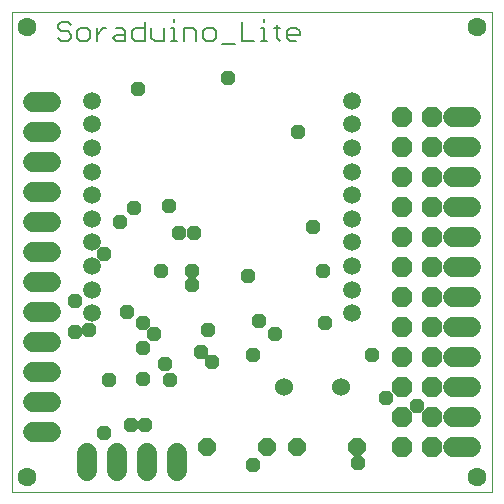
<source format=gbs>
G75*
G70*
%OFA0B0*%
%FSLAX24Y24*%
%IPPOS*%
%LPD*%
%AMOC8*
5,1,8,0,0,1.08239X$1,22.5*
%
%ADD10C,0.0000*%
%ADD11C,0.0631*%
%ADD12C,0.0060*%
%ADD13C,0.0600*%
%ADD14OC8,0.0600*%
%ADD15C,0.0595*%
%ADD16C,0.0680*%
%ADD17OC8,0.0680*%
%ADD18OC8,0.0480*%
D10*
X000417Y000150D02*
X000417Y016150D01*
X016417Y016150D01*
X016417Y000150D01*
X000417Y000150D01*
X000641Y000650D02*
X000643Y000683D01*
X000649Y000715D01*
X000658Y000746D01*
X000671Y000776D01*
X000688Y000804D01*
X000708Y000830D01*
X000731Y000854D01*
X000756Y000874D01*
X000784Y000892D01*
X000813Y000906D01*
X000844Y000916D01*
X000876Y000923D01*
X000909Y000926D01*
X000942Y000925D01*
X000974Y000920D01*
X001005Y000911D01*
X001036Y000899D01*
X001064Y000883D01*
X001091Y000864D01*
X001115Y000842D01*
X001136Y000817D01*
X001155Y000790D01*
X001170Y000761D01*
X001181Y000731D01*
X001189Y000699D01*
X001193Y000666D01*
X001193Y000634D01*
X001189Y000601D01*
X001181Y000569D01*
X001170Y000539D01*
X001155Y000510D01*
X001136Y000483D01*
X001115Y000458D01*
X001091Y000436D01*
X001064Y000417D01*
X001036Y000401D01*
X001005Y000389D01*
X000974Y000380D01*
X000942Y000375D01*
X000909Y000374D01*
X000876Y000377D01*
X000844Y000384D01*
X000813Y000394D01*
X000784Y000408D01*
X000756Y000426D01*
X000731Y000446D01*
X000708Y000470D01*
X000688Y000496D01*
X000671Y000524D01*
X000658Y000554D01*
X000649Y000585D01*
X000643Y000617D01*
X000641Y000650D01*
X015641Y000650D02*
X015643Y000683D01*
X015649Y000715D01*
X015658Y000746D01*
X015671Y000776D01*
X015688Y000804D01*
X015708Y000830D01*
X015731Y000854D01*
X015756Y000874D01*
X015784Y000892D01*
X015813Y000906D01*
X015844Y000916D01*
X015876Y000923D01*
X015909Y000926D01*
X015942Y000925D01*
X015974Y000920D01*
X016005Y000911D01*
X016036Y000899D01*
X016064Y000883D01*
X016091Y000864D01*
X016115Y000842D01*
X016136Y000817D01*
X016155Y000790D01*
X016170Y000761D01*
X016181Y000731D01*
X016189Y000699D01*
X016193Y000666D01*
X016193Y000634D01*
X016189Y000601D01*
X016181Y000569D01*
X016170Y000539D01*
X016155Y000510D01*
X016136Y000483D01*
X016115Y000458D01*
X016091Y000436D01*
X016064Y000417D01*
X016036Y000401D01*
X016005Y000389D01*
X015974Y000380D01*
X015942Y000375D01*
X015909Y000374D01*
X015876Y000377D01*
X015844Y000384D01*
X015813Y000394D01*
X015784Y000408D01*
X015756Y000426D01*
X015731Y000446D01*
X015708Y000470D01*
X015688Y000496D01*
X015671Y000524D01*
X015658Y000554D01*
X015649Y000585D01*
X015643Y000617D01*
X015641Y000650D01*
X015641Y015650D02*
X015643Y015683D01*
X015649Y015715D01*
X015658Y015746D01*
X015671Y015776D01*
X015688Y015804D01*
X015708Y015830D01*
X015731Y015854D01*
X015756Y015874D01*
X015784Y015892D01*
X015813Y015906D01*
X015844Y015916D01*
X015876Y015923D01*
X015909Y015926D01*
X015942Y015925D01*
X015974Y015920D01*
X016005Y015911D01*
X016036Y015899D01*
X016064Y015883D01*
X016091Y015864D01*
X016115Y015842D01*
X016136Y015817D01*
X016155Y015790D01*
X016170Y015761D01*
X016181Y015731D01*
X016189Y015699D01*
X016193Y015666D01*
X016193Y015634D01*
X016189Y015601D01*
X016181Y015569D01*
X016170Y015539D01*
X016155Y015510D01*
X016136Y015483D01*
X016115Y015458D01*
X016091Y015436D01*
X016064Y015417D01*
X016036Y015401D01*
X016005Y015389D01*
X015974Y015380D01*
X015942Y015375D01*
X015909Y015374D01*
X015876Y015377D01*
X015844Y015384D01*
X015813Y015394D01*
X015784Y015408D01*
X015756Y015426D01*
X015731Y015446D01*
X015708Y015470D01*
X015688Y015496D01*
X015671Y015524D01*
X015658Y015554D01*
X015649Y015585D01*
X015643Y015617D01*
X015641Y015650D01*
X000641Y015650D02*
X000643Y015683D01*
X000649Y015715D01*
X000658Y015746D01*
X000671Y015776D01*
X000688Y015804D01*
X000708Y015830D01*
X000731Y015854D01*
X000756Y015874D01*
X000784Y015892D01*
X000813Y015906D01*
X000844Y015916D01*
X000876Y015923D01*
X000909Y015926D01*
X000942Y015925D01*
X000974Y015920D01*
X001005Y015911D01*
X001036Y015899D01*
X001064Y015883D01*
X001091Y015864D01*
X001115Y015842D01*
X001136Y015817D01*
X001155Y015790D01*
X001170Y015761D01*
X001181Y015731D01*
X001189Y015699D01*
X001193Y015666D01*
X001193Y015634D01*
X001189Y015601D01*
X001181Y015569D01*
X001170Y015539D01*
X001155Y015510D01*
X001136Y015483D01*
X001115Y015458D01*
X001091Y015436D01*
X001064Y015417D01*
X001036Y015401D01*
X001005Y015389D01*
X000974Y015380D01*
X000942Y015375D01*
X000909Y015374D01*
X000876Y015377D01*
X000844Y015384D01*
X000813Y015394D01*
X000784Y015408D01*
X000756Y015426D01*
X000731Y015446D01*
X000708Y015470D01*
X000688Y015496D01*
X000671Y015524D01*
X000658Y015554D01*
X000649Y015585D01*
X000643Y015617D01*
X000641Y015650D01*
D11*
X000917Y015650D03*
X015917Y015650D03*
X015917Y000650D03*
X000917Y000650D03*
D12*
X007425Y015073D02*
X007852Y015073D01*
X008070Y015180D02*
X008497Y015180D01*
X008714Y015180D02*
X008928Y015180D01*
X008821Y015180D02*
X008821Y015607D01*
X008714Y015607D01*
X008821Y015821D02*
X008821Y015927D01*
X009144Y015607D02*
X009358Y015607D01*
X009251Y015714D02*
X009251Y015287D01*
X009358Y015180D01*
X009574Y015287D02*
X009574Y015500D01*
X009681Y015607D01*
X009894Y015607D01*
X010001Y015500D01*
X010001Y015394D01*
X009574Y015394D01*
X009574Y015287D02*
X009681Y015180D01*
X009894Y015180D01*
X008070Y015180D02*
X008070Y015821D01*
X007208Y015500D02*
X007208Y015287D01*
X007101Y015180D01*
X006888Y015180D01*
X006781Y015287D01*
X006781Y015500D01*
X006888Y015607D01*
X007101Y015607D01*
X007208Y015500D01*
X006563Y015500D02*
X006563Y015180D01*
X006563Y015500D02*
X006457Y015607D01*
X006136Y015607D01*
X006136Y015180D01*
X005920Y015180D02*
X005707Y015180D01*
X005813Y015180D02*
X005813Y015607D01*
X005707Y015607D01*
X005489Y015607D02*
X005489Y015180D01*
X005169Y015180D01*
X005062Y015287D01*
X005062Y015607D01*
X004844Y015607D02*
X004524Y015607D01*
X004417Y015500D01*
X004417Y015287D01*
X004524Y015180D01*
X004844Y015180D01*
X004844Y015821D01*
X004200Y015500D02*
X004200Y015180D01*
X003880Y015180D01*
X003773Y015287D01*
X003880Y015394D01*
X004200Y015394D01*
X004200Y015500D02*
X004093Y015607D01*
X003880Y015607D01*
X003556Y015607D02*
X003449Y015607D01*
X003236Y015394D01*
X003236Y015607D02*
X003236Y015180D01*
X003018Y015287D02*
X003018Y015500D01*
X002911Y015607D01*
X002698Y015607D01*
X002591Y015500D01*
X002591Y015287D01*
X002698Y015180D01*
X002911Y015180D01*
X003018Y015287D01*
X002374Y015287D02*
X002267Y015180D01*
X002053Y015180D01*
X001947Y015287D01*
X002053Y015500D02*
X001947Y015607D01*
X001947Y015714D01*
X002053Y015821D01*
X002267Y015821D01*
X002374Y015714D01*
X002267Y015500D02*
X002374Y015394D01*
X002374Y015287D01*
X002267Y015500D02*
X002053Y015500D01*
X005813Y015821D02*
X005813Y015927D01*
D13*
X009467Y003650D03*
X011367Y003650D03*
D14*
X011917Y001650D03*
X009917Y001650D03*
X008917Y001650D03*
X006917Y001650D03*
D15*
X003086Y006107D03*
X003086Y006894D03*
X003086Y007681D03*
X003086Y008469D03*
X003086Y009256D03*
X003086Y010044D03*
X003086Y010831D03*
X003086Y011619D03*
X003086Y012406D03*
X003086Y013193D03*
X011747Y013193D03*
X011747Y012406D03*
X011747Y011619D03*
X011747Y010831D03*
X011747Y010044D03*
X011747Y009256D03*
X011747Y008469D03*
X011747Y007681D03*
X011747Y006894D03*
X011747Y006107D03*
D16*
X015117Y005650D02*
X015717Y005650D01*
X015717Y004650D02*
X015117Y004650D01*
X015117Y003650D02*
X015717Y003650D01*
X015717Y002650D02*
X015117Y002650D01*
X015117Y001650D02*
X015717Y001650D01*
X015717Y006650D02*
X015117Y006650D01*
X015117Y007650D02*
X015717Y007650D01*
X015717Y008650D02*
X015117Y008650D01*
X015117Y009650D02*
X015717Y009650D01*
X015717Y010650D02*
X015117Y010650D01*
X015117Y011650D02*
X015717Y011650D01*
X015717Y012650D02*
X015117Y012650D01*
X005917Y001450D02*
X005917Y000850D01*
X004917Y000850D02*
X004917Y001450D01*
X003917Y001450D02*
X003917Y000850D01*
X002917Y000850D02*
X002917Y001450D01*
X001717Y002150D02*
X001117Y002150D01*
X001117Y003150D02*
X001717Y003150D01*
X001717Y004150D02*
X001117Y004150D01*
X001117Y005150D02*
X001717Y005150D01*
X001717Y006150D02*
X001117Y006150D01*
X001117Y007150D02*
X001717Y007150D01*
X001717Y008150D02*
X001117Y008150D01*
X001117Y009150D02*
X001717Y009150D01*
X001717Y010150D02*
X001117Y010150D01*
X001117Y011150D02*
X001717Y011150D01*
X001717Y012150D02*
X001117Y012150D01*
X001117Y013150D02*
X001717Y013150D01*
D17*
X013417Y012650D03*
X014417Y012650D03*
X014417Y011650D03*
X014417Y010650D03*
X014417Y009650D03*
X014417Y008650D03*
X013417Y008650D03*
X013417Y009650D03*
X013417Y010650D03*
X013417Y011650D03*
X013417Y007650D03*
X014417Y007650D03*
X014417Y006650D03*
X014417Y005650D03*
X014417Y004650D03*
X014417Y003650D03*
X014417Y002650D03*
X014417Y001650D03*
X013417Y001650D03*
X013417Y002650D03*
X013417Y003650D03*
X013417Y004650D03*
X013417Y005650D03*
X013417Y006650D03*
D18*
X012417Y004710D03*
X012897Y003270D03*
X013917Y003030D03*
X011937Y001110D03*
X008457Y001050D03*
X005697Y003870D03*
X005517Y004410D03*
X004797Y003930D03*
X004797Y004950D03*
X005157Y005430D03*
X004797Y005790D03*
X004257Y006150D03*
X002997Y005550D03*
X002517Y005490D03*
X002517Y006510D03*
X003477Y008070D03*
X004017Y009150D03*
X004497Y009630D03*
X005637Y009690D03*
X005997Y008790D03*
X006477Y008790D03*
X006417Y007530D03*
X006417Y007050D03*
X005397Y007530D03*
X006957Y005550D03*
X006717Y004830D03*
X007077Y004470D03*
X008457Y004710D03*
X009177Y005430D03*
X008637Y005850D03*
X008277Y007350D03*
X010437Y008970D03*
X010797Y007530D03*
X010857Y005790D03*
X004857Y002370D03*
X004377Y002370D03*
X003477Y002130D03*
X003657Y003870D03*
X009957Y012150D03*
X007617Y013950D03*
X004617Y013590D03*
M02*

</source>
